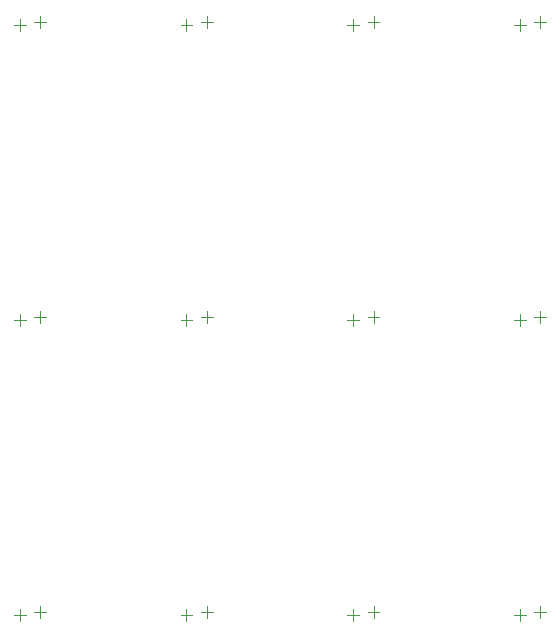
<source format=gbr>
%TF.GenerationSoftware,Altium Limited,Altium Designer,22.0.2 (36)*%
G04 Layer_Color=0*
%FSLAX26Y26*%
%MOIN*%
%TF.SameCoordinates,7C2B3453-B62B-4687-BB94-77A5B7653B1A*%
%TF.FilePolarity,Positive*%
%TF.FileFunction,Other,Mechanical_16*%
%TF.Part,CustomerPanel*%
G01*
G75*
%TA.AperFunction,NonConductor*%
%ADD34C,0.003937*%
D34*
X-880630Y-1025905D02*
Y-986535D01*
X-900315Y-1006220D02*
X-860945D01*
X-831909Y-996378D02*
X-792539D01*
X-812224Y-1016063D02*
Y-976693D01*
X-325315Y-1025905D02*
Y-986535D01*
X-345000Y-1006220D02*
X-305630D01*
X-276594Y-996378D02*
X-237224D01*
X-256909Y-1016063D02*
Y-976693D01*
X230000Y-1025905D02*
Y-986535D01*
X210315Y-1006220D02*
X249685D01*
X278721Y-996378D02*
X318091D01*
X298406Y-1016063D02*
Y-976693D01*
X785315Y-1025905D02*
Y-986535D01*
X765630Y-1006220D02*
X805000D01*
X834036Y-996378D02*
X873406D01*
X853721Y-1016063D02*
Y-976693D01*
X-880630Y-41653D02*
Y-2283D01*
X-900315Y-21968D02*
X-860945D01*
X-831909Y-12126D02*
X-792539D01*
X-812224Y-31811D02*
Y7559D01*
X-325315Y-41653D02*
Y-2283D01*
X-345000Y-21968D02*
X-305630D01*
X-276594Y-12126D02*
X-237224D01*
X-256909Y-31811D02*
Y7559D01*
X230000Y-41653D02*
Y-2283D01*
X210315Y-21968D02*
X249685D01*
X278721Y-12126D02*
X318091D01*
X298406Y-31811D02*
Y7559D01*
X785315Y-41653D02*
Y-2283D01*
X765630Y-21968D02*
X805000D01*
X834036Y-12126D02*
X873406D01*
X853721Y-31811D02*
Y7559D01*
X-880630Y942599D02*
Y981969D01*
X-900315Y962284D02*
X-860945D01*
X-831909Y972126D02*
X-792539D01*
X-812224Y952441D02*
Y991811D01*
X-325315Y942599D02*
Y981969D01*
X-345000Y962284D02*
X-305630D01*
X-276594Y972126D02*
X-237224D01*
X-256909Y952441D02*
Y991811D01*
X230000Y942599D02*
Y981969D01*
X210315Y962284D02*
X249685D01*
X278721Y972126D02*
X318091D01*
X298406Y952441D02*
Y991811D01*
X785315Y942599D02*
Y981969D01*
X765630Y962284D02*
X805000D01*
X834036Y972126D02*
X873406D01*
X853721Y952441D02*
Y991811D01*
%TF.MD5,a2236bee44d66cc7c13f708fb6faa9e4*%
M02*

</source>
